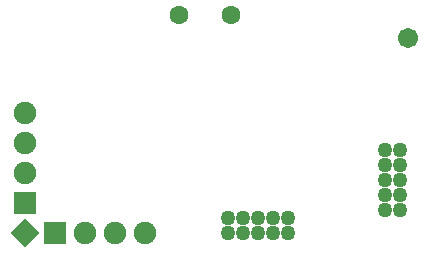
<source format=gbr>
G04 DipTrace Beta 2.9.0.0*
G04 BottomMask.gbr*
%MOIN*%
G04 #@! TF.FileFunction,Soldermask,Bot*
G04 #@! TF.Part,Single*
%AMOUTLINE1*5,1,4,0,0,0.099896,-2E-6.0*%
%ADD39C,0.067055*%
%ADD47C,0.074929*%
%ADD49R,0.074929X0.074929*%
%ADD51C,0.05*%
%ADD53C,0.063118*%
%ADD68OUTLINE1*%
%FSLAX26Y26*%
G04*
G70*
G90*
G75*
G01*
G04 BotMask*
%LPD*%
D53*
X87106Y825020D3*
X-86122D3*
D51*
X600000Y375000D3*
X650000D3*
X600000Y325000D3*
X650000D3*
X600000Y275000D3*
X650000D3*
X600000Y225000D3*
X650000D3*
X600000Y175000D3*
X650000D3*
X75000Y100000D3*
Y150000D3*
X125000Y100000D3*
Y150000D3*
X175000Y100000D3*
Y150000D3*
X225000Y100000D3*
Y150000D3*
X275000Y100000D3*
Y150000D3*
D49*
X-500000Y100000D3*
D47*
X-400000D3*
X-300000D3*
X-200000D3*
D49*
X-600000Y200000D3*
D47*
Y300000D3*
Y400000D3*
Y500000D3*
D68*
Y100000D3*
D39*
X675000Y750000D3*
M02*

</source>
